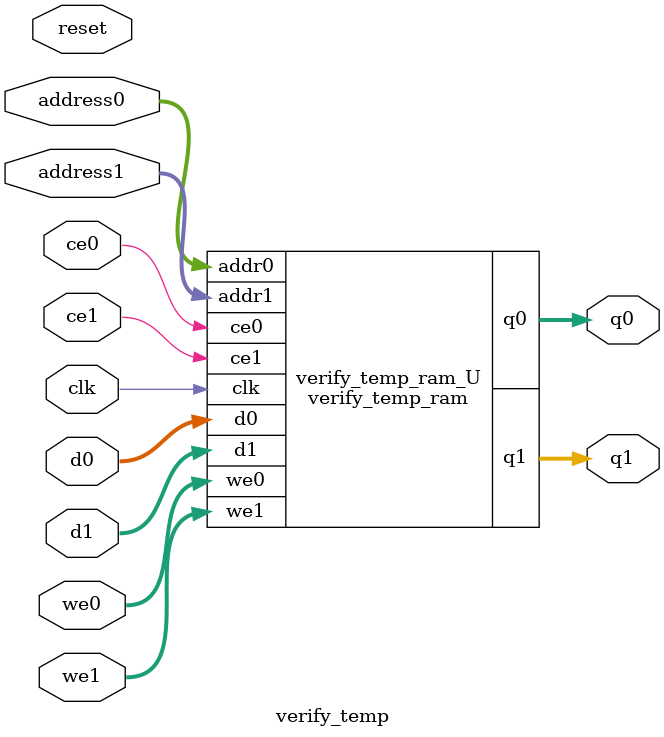
<source format=v>
`timescale 1 ns / 1 ps
module verify_temp_ram (addr0, ce0, d0, we0, q0, addr1, ce1, d1, we1, q1,  clk);

parameter DWIDTH = 32;
parameter AWIDTH = 5;
parameter MEM_SIZE = 24;
parameter COL_WIDTH = 8;
parameter NUM_COL = (DWIDTH/COL_WIDTH);

input[AWIDTH-1:0] addr0;
input ce0;
input[DWIDTH-1:0] d0;
input [NUM_COL-1:0] we0;
output reg[DWIDTH-1:0] q0;
input[AWIDTH-1:0] addr1;
input ce1;
input[DWIDTH-1:0] d1;
input [NUM_COL-1:0] we1;
output reg[DWIDTH-1:0] q1;
input clk;

(* ram_style = "block" *)reg [DWIDTH-1:0] ram[0:MEM_SIZE-1];



genvar i;

generate
    for (i=0;i<NUM_COL;i=i+1) begin
        always @(posedge clk) begin
            if (ce0) begin
                if (we0[i]) begin
                    ram[addr0][i*COL_WIDTH +: COL_WIDTH] <= d0[i*COL_WIDTH +: COL_WIDTH]; 
                end
                q0[i*COL_WIDTH +: COL_WIDTH] <= ram[addr0][i*COL_WIDTH +: COL_WIDTH];
            end
        end
    end
endgenerate


generate
    for (i=0;i<NUM_COL;i=i+1) begin
        always @(posedge clk) begin
            if (ce1) begin
                if (we1[i]) begin
                    ram[addr1][i*COL_WIDTH +: COL_WIDTH] <= d1[i*COL_WIDTH +: COL_WIDTH]; 
                end
                q1[i*COL_WIDTH +: COL_WIDTH] <= ram[addr1][i*COL_WIDTH +: COL_WIDTH];
            end
        end
    end
endgenerate


endmodule

`timescale 1 ns / 1 ps
module verify_temp(
    reset,
    clk,
    address0,
    ce0,
    we0,
    d0,
    q0,
    address1,
    ce1,
    we1,
    d1,
    q1);

parameter DataWidth = 32'd32;
parameter AddressRange = 32'd24;
parameter AddressWidth = 32'd5;
input reset;
input clk;
input[AddressWidth - 1:0] address0;
input ce0;
input[DataWidth/8 - 1:0] we0;
input[DataWidth - 1:0] d0;
output[DataWidth - 1:0] q0;
input[AddressWidth - 1:0] address1;
input ce1;
input[DataWidth/8 - 1:0] we1;
input[DataWidth - 1:0] d1;
output[DataWidth - 1:0] q1;



verify_temp_ram verify_temp_ram_U(
    .clk( clk ),
    .addr0( address0 ),
    .ce0( ce0 ),
    .we0( we0 ),
    .d0( d0 ),
    .q0( q0 ),
    .addr1( address1 ),
    .ce1( ce1 ),
    .we1( we1 ),
    .d1( d1 ),
    .q1( q1 ));

endmodule


</source>
